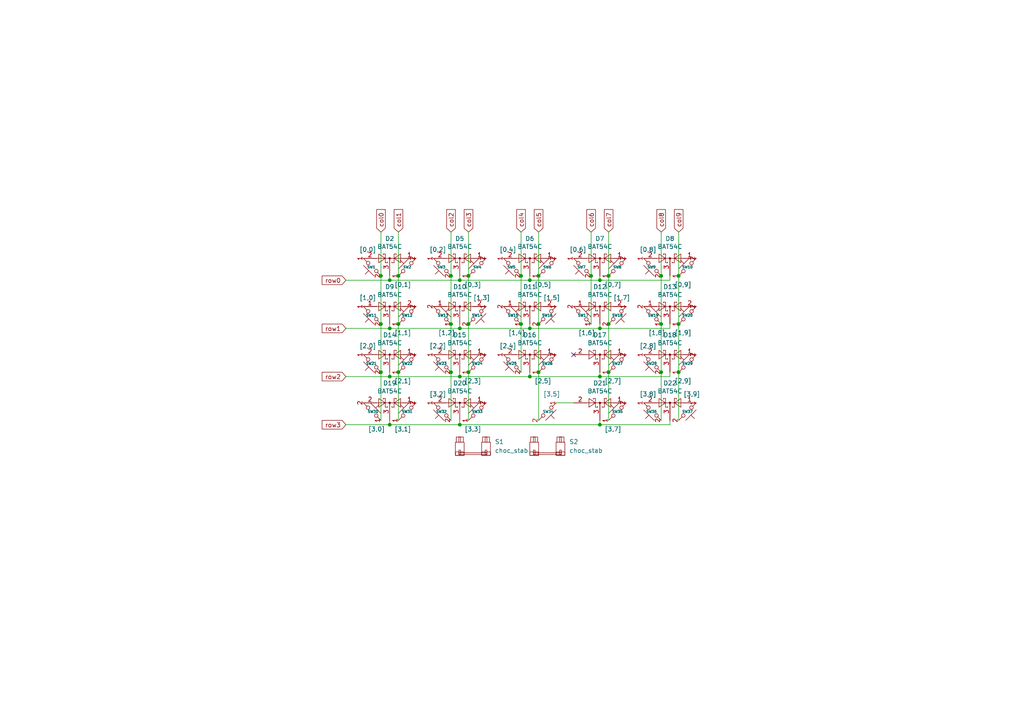
<source format=kicad_sch>
(kicad_sch (version 20250114) (generator "eeschema") (generator_version "9.0")
  (paper "A4")
  (lib_symbols
    (symbol "Diode:BAT54C" (pin_names (offset 1.016))
      (property "Reference" "D" (at 0.635 -3.81 0))
      (property "Value" "BAT54C" (at -6.35 3.175 0))
      (symbol "BAT54C_0_1"
        (polyline (pts (xy -3.175 -1.27) (xy -3.175 1.27) (xy -1.27 0) (xy -3.175 -1.27)))
        (polyline (pts (xy -1.905 1.27) (xy -1.905 1.016)))
        (polyline (pts (xy -1.905 0) (xy 1.905 0)))
        (polyline (pts (xy -1.27 1.27) (xy -1.905 1.27)))
        (polyline (pts (xy -1.27 1.27) (xy -1.27 -1.27)))
        (polyline (pts (xy -1.27 0) (xy -3.81 0)))
        (polyline (pts (xy -1.27 -1.27) (xy -0.635 -1.27)))
        (polyline (pts (xy -0.635 -1.27) (xy -0.635 -1.016)))
        (circle (center 0 0) (radius 0.254) (fill (type outline)))
        (polyline (pts (xy 0.635 -1.27) (xy 0.635 -1.016)))
        (polyline (pts (xy 1.27 1.27) (xy 1.27 -1.27)))
        (polyline (pts (xy 1.27 1.27) (xy 1.905 1.27)))
        (polyline (pts (xy 1.27 -1.27) (xy 0.635 -1.27)))
        (polyline (pts (xy 1.905 1.27) (xy 1.905 1.016)))
        (polyline (pts (xy 3.175 -1.27) (xy 3.175 1.27) (xy 1.27 0) (xy 3.175 -1.27)))
        (polyline (pts (xy 3.81 0) (xy 1.27 0)))
      )
      (symbol "BAT54C_1_1"
        (pin passive line (at -7.62 0 0) (length 3.81) (name "~") (number "1"))
        (pin passive line (at 0 -5.08 90) (length 5.08) (name "~") (number "3"))
        (pin passive line (at 7.62 0 180) (length 3.81) (name "~") (number "2"))
      )
    )
    (symbol "PCM_marbastlib-choc:choc_stab" (pin_names (offset 1.016))
      (property "Reference" "S" (at -5.08 6.35 0))
      (property "Value" "choc_stab" (at -5.08 3.81 0))
      (symbol "choc_stab_0_1"
        (rectangle (start -5.08 1.27) (end -2.54 -2.54))
        (rectangle (start -5.08 -1.524) (end -2.54 -2.54))
        (rectangle (start -4.826 2.794) (end -2.794 1.27))
        (rectangle (start -4.064 1.27) (end -3.556 2.794))
        (rectangle (start -4.064 -1.778) (end 4.064 -2.286))
        (rectangle (start -4.064 -2.286) (end -3.556 -1.016))
        (rectangle (start 2.54 1.27) (end 5.08 -2.54))
        (rectangle (start 2.54 -1.524) (end 5.08 -2.54))
        (rectangle (start 2.794 2.794) (end 4.826 1.27))
        (rectangle (start 3.556 1.27) (end 4.064 2.794))
        (rectangle (start 4.064 -2.286) (end 3.556 -1.016))
      )
    )
    (symbol "SW_Push_45deg_1" (pin_names (offset 1.016) (hide yes))
      (property "Reference" "SW" (at 3.048 1.016 0))
      (property "Value" "SW_Push_45deg" (at 0 -3.81 0))
      (symbol "SW_Push_45deg_1_0_1"
        (polyline (pts (xy -2.54 2.54) (xy -1.524 1.524) (xy -1.524 1.524)))
        (circle (center -1.1684 1.1684) (radius 0.508))
        (polyline (pts (xy -0.508 2.54) (xy 2.54 -0.508)))
        (polyline (pts (xy 1.016 1.016) (xy 2.032 2.032)))
        (circle (center 1.143 -1.1938) (radius 0.508))
        (polyline (pts (xy 1.524 -1.524) (xy 2.54 -2.54) (xy 2.54 -2.54) (xy 2.54 -2.54)))
        (pin passive line (at -2.54 2.54 0) (length 0) (name "1") (number "1"))
        (pin passive line (at 2.54 -2.54 180) (length 0) (name "2") (number "2"))
      )
    )
  )
  (junction (at 153.67 95.25))
  (junction (at 133.35 123.19))
  (junction (at 173.99 109.22))
  (junction (at 133.35 95.25))
  (junction (at 110.49 80.01))
  (junction (at 110.49 107.95))
  (junction (at 115.57 93.98))
  (junction (at 191.77 93.98))
  (junction (at 135.89 80.01))
  (junction (at 135.89 93.98))
  (junction (at 113.03 95.25))
  (junction (at 130.81 107.95))
  (junction (at 115.57 107.95))
  (junction (at 156.21 107.95))
  (junction (at 173.99 81.28))
  (junction (at 191.77 80.01))
  (junction (at 135.89 107.95))
  (junction (at 196.85 107.95))
  (junction (at 151.13 80.01))
  (junction (at 110.49 93.98))
  (junction (at 151.13 93.98))
  (junction (at 171.45 80.01))
  (junction (at 196.85 80.01))
  (junction (at 196.85 93.98))
  (junction (at 176.53 107.95))
  (junction (at 113.03 123.19))
  (junction (at 133.35 81.28))
  (junction (at 173.99 95.25))
  (junction (at 130.81 93.98))
  (junction (at 130.81 80.01))
  (junction (at 156.21 93.98))
  (junction (at 191.77 107.95))
  (junction (at 173.99 123.19))
  (junction (at 153.67 109.22))
  (junction (at 156.21 80.01))
  (junction (at 113.03 81.28))
  (junction (at 153.67 81.28))
  (junction (at 176.53 93.98))
  (junction (at 113.03 109.22))
  (junction (at 133.35 109.22))
  (junction (at 115.57 80.01))
  (junction (at 176.53 80.01))
  (no_connect (at 166.37 102.87))
  (wire (pts (xy 173.99 93.98) (xy 173.99 95.25)))
  (wire (pts (xy 100.33 81.28) (xy 113.03 81.28)))
  (wire (pts (xy 113.03 109.22) (xy 133.35 109.22)))
  (wire (pts (xy 173.99 109.22) (xy 194.31 109.22)))
  (wire (pts (xy 173.99 107.95) (xy 173.99 109.22)))
  (wire (pts (xy 133.35 93.98) (xy 133.35 95.25)))
  (wire (pts (xy 173.99 121.92) (xy 173.99 123.19)))
  (wire (pts (xy 191.77 107.95) (xy 191.77 121.92)))
  (wire (pts (xy 110.49 80.01) (xy 110.49 93.98)))
  (wire (pts (xy 171.45 80.01) (xy 171.45 93.98)))
  (wire (pts (xy 153.67 93.98) (xy 153.67 95.25)))
  (wire (pts (xy 113.03 123.19) (xy 133.35 123.19)))
  (wire (pts (xy 135.89 67.31) (xy 135.89 80.01)))
  (wire (pts (xy 196.85 80.01) (xy 196.85 93.98)))
  (wire (pts (xy 156.21 107.95) (xy 156.21 121.92)))
  (wire (pts (xy 176.53 107.95) (xy 176.53 121.92)))
  (wire (pts (xy 113.03 81.28) (xy 113.03 80.01)))
  (wire (pts (xy 196.85 107.95) (xy 196.85 121.92)))
  (wire (pts (xy 151.13 93.98) (xy 151.13 107.95)))
  (wire (pts (xy 135.89 107.95) (xy 135.89 121.92)))
  (wire (pts (xy 194.31 123.19) (xy 194.31 121.92)))
  (wire (pts (xy 156.21 93.98) (xy 156.21 107.95)))
  (wire (pts (xy 151.13 67.31) (xy 151.13 80.01)))
  (wire (pts (xy 176.53 93.98) (xy 176.53 107.95)))
  (wire (pts (xy 194.31 80.01) (xy 194.31 81.28)))
  (wire (pts (xy 153.67 95.25) (xy 173.99 95.25)))
  (wire (pts (xy 173.99 81.28) (xy 153.67 81.28)))
  (wire (pts (xy 133.35 123.19) (xy 173.99 123.19)))
  (wire (pts (xy 194.31 93.98) (xy 194.31 95.25)))
  (wire (pts (xy 115.57 93.98) (xy 115.57 107.95)))
  (wire (pts (xy 171.45 67.31) (xy 171.45 80.01)))
  (wire (pts (xy 153.67 107.95) (xy 153.67 109.22)))
  (wire (pts (xy 194.31 81.28) (xy 173.99 81.28)))
  (wire (pts (xy 130.81 93.98) (xy 130.81 107.95)))
  (wire (pts (xy 133.35 121.92) (xy 133.35 123.19)))
  (wire (pts (xy 196.85 93.98) (xy 196.85 107.95)))
  (wire (pts (xy 100.33 123.19) (xy 113.03 123.19)))
  (wire (pts (xy 110.49 107.95) (xy 110.49 121.92)))
  (wire (pts (xy 153.67 109.22) (xy 173.99 109.22)))
  (wire (pts (xy 110.49 93.98) (xy 110.49 107.95)))
  (wire (pts (xy 151.13 80.01) (xy 151.13 93.98)))
  (wire (pts (xy 156.21 67.31) (xy 156.21 80.01)))
  (wire (pts (xy 100.33 95.25) (xy 113.03 95.25)))
  (wire (pts (xy 113.03 121.92) (xy 113.03 123.19)))
  (wire (pts (xy 110.49 67.31) (xy 110.49 80.01)))
  (wire (pts (xy 173.99 123.19) (xy 194.31 123.19)))
  (wire (pts (xy 194.31 107.95) (xy 194.31 109.22)))
  (wire (pts (xy 133.35 80.01) (xy 133.35 81.28)))
  (wire (pts (xy 156.21 80.01) (xy 156.21 93.98)))
  (wire (pts (xy 113.03 107.95) (xy 113.03 109.22)))
  (wire (pts (xy 135.89 93.98) (xy 135.89 107.95)))
  (wire (pts (xy 130.81 107.95) (xy 130.81 121.92)))
  (wire (pts (xy 113.03 93.98) (xy 113.03 95.25)))
  (wire (pts (xy 115.57 107.95) (xy 115.57 121.92)))
  (wire (pts (xy 113.03 95.25) (xy 133.35 95.25)))
  (wire (pts (xy 153.67 80.01) (xy 153.67 81.28)))
  (wire (pts (xy 115.57 67.31) (xy 115.57 80.01)))
  (wire (pts (xy 135.89 80.01) (xy 135.89 93.98)))
  (wire (pts (xy 176.53 67.31) (xy 176.53 80.01)))
  (wire (pts (xy 130.81 80.01) (xy 130.81 93.98)))
  (wire (pts (xy 133.35 95.25) (xy 153.67 95.25)))
  (wire (pts (xy 133.35 107.95) (xy 133.35 109.22)))
  (wire (pts (xy 161.29 116.84) (xy 166.37 116.84)))
  (wire (pts (xy 191.77 67.31) (xy 191.77 80.01)))
  (wire (pts (xy 191.77 93.98) (xy 191.77 107.95)))
  (wire (pts (xy 133.35 81.28) (xy 113.03 81.28)))
  (wire (pts (xy 133.35 109.22) (xy 153.67 109.22)))
  (wire (pts (xy 191.77 80.01) (xy 191.77 93.98)))
  (wire (pts (xy 173.99 95.25) (xy 194.31 95.25)))
  (wire (pts (xy 115.57 80.01) (xy 115.57 93.98)))
  (wire (pts (xy 173.99 80.01) (xy 173.99 81.28)))
  (wire (pts (xy 153.67 81.28) (xy 133.35 81.28)))
  (wire (pts (xy 100.33 109.22) (xy 113.03 109.22)))
  (wire (pts (xy 176.53 80.01) (xy 176.53 93.98)))
  (wire (pts (xy 196.85 67.31) (xy 196.85 80.01)))
  (wire (pts (xy 130.81 67.31) (xy 130.81 80.01)))
  (global_label "row3" (shape input) (at 100.33 123.19 180) (property "Intersheetrefs" "${INTERSHEET_REFS}" (effects (hide yes))))
  (global_label "row0" (shape input) (at 100.33 81.28 180) (property "Intersheetrefs" "${INTERSHEET_REFS}" (effects (hide yes))))
  (global_label "col0" (shape input) (at 110.49 67.31 90) (property "Intersheetrefs" "${INTERSHEET_REFS}" (effects (hide yes))))
  (global_label "col7" (shape input) (at 176.53 67.31 90) (property "Intersheetrefs" "${INTERSHEET_REFS}" (effects (hide yes))))
  (global_label "col4" (shape input) (at 151.13 67.31 90) (property "Intersheetrefs" "${INTERSHEET_REFS}" (effects (hide yes))))
  (global_label "col1" (shape input) (at 115.57 67.31 90) (property "Intersheetrefs" "${INTERSHEET_REFS}" (effects (hide yes))))
  (global_label "col9" (shape input) (at 196.85 67.31 90) (property "Intersheetrefs" "${INTERSHEET_REFS}" (effects (hide yes))))
  (global_label "col6" (shape input) (at 171.45 67.31 90) (property "Intersheetrefs" "${INTERSHEET_REFS}" (effects (hide yes))))
  (global_label "row1" (shape input) (at 100.33 95.25 180) (property "Intersheetrefs" "${INTERSHEET_REFS}" (effects (hide yes))))
  (global_label "col8" (shape input) (at 191.77 67.31 90) (property "Intersheetrefs" "${INTERSHEET_REFS}" (effects (hide yes))))
  (global_label "row2" (shape input) (at 100.33 109.22 180) (property "Intersheetrefs" "${INTERSHEET_REFS}" (effects (hide yes))))
  (global_label "col5" (shape input) (at 156.21 67.31 90) (property "Intersheetrefs" "${INTERSHEET_REFS}" (effects (hide yes))))
  (global_label "col2" (shape input) (at 130.81 67.31 90) (property "Intersheetrefs" "${INTERSHEET_REFS}" (effects (hide yes))))
  (global_label "col3" (shape input) (at 135.89 67.31 90) (property "Intersheetrefs" "${INTERSHEET_REFS}" (effects (hide yes))))
  (symbol (lib_name "SW_Push_45deg_1") (lib_id "Switch:SW_Push_45deg") (at 168.91 91.44 270) (mirror x) (unit 1)
    (property "Reference" "SW17" (at 169.164 91.44 90) (effects (font (size 0.75 0.75))))
    (property "Value" "[1,6]" (at 170.18 96.52 90))
    (property "Footprint" "chaz:choc-1u-millmax" (effects (hide yes)))
    (property "ROW" "0" (effects (hide yes)))
    (property "COL" "0" (effects (hide yes)))
  )
  (symbol (lib_name "SW_Push_45deg_1") (lib_id "Switch:SW_Push_45deg") (at 199.39 91.44 90) (unit 1)
    (property "Reference" "SW20" (at 199.39 91.44 90) (effects (font (size 0.75 0.75))))
    (property "Value" "[1,9]" (at 198.12 96.52 90))
    (property "Footprint" "chaz:choc-1u-millmax" (effects (hide yes)))
  )
  (symbol (lib_name "SW_Push_45deg_1") (lib_id "Switch:SW_Push_45deg") (at 179.07 105.41 90) (unit 1)
    (property "Reference" "SW27" (at 179.07 105.41 90) (effects (font (size 0.75 0.75))))
    (property "Value" "[2,7]" (at 177.8 110.49 90))
    (property "Footprint" "chaz:choc-1u-millmax" (effects (hide yes)))
  )
  (symbol (lib_name "SW_Push_45deg_1") (lib_id "Switch:SW_Push_45deg") (at 148.59 105.41 90) (mirror x) (unit 1)
    (property "Reference" "SW25" (at 148.336 105.41 90) (effects (font (size 0.75 0.75))))
    (property "Value" "[2,4]" (at 147.32 100.33 90))
    (property "Footprint" "chaz:choc-1u-millmax" (effects (hide yes)))
    (property "ROW" "0" (effects (hide yes)))
    (property "COL" "0" (effects (hide yes)))
  )
  (symbol (lib_id "Diode:BAT54C") (at 133.35 88.9 0) (unit 1)
    (property "Reference" "D10" (at 133.35 83.185 0))
    (property "Value" "BAT54C" (at 133.35 85.4964 0))
    (property "Footprint" "Package_TO_SOT_SMD:SOT-23" (effects (hide yes)))
    (property "Datasheet" "http://www.diodes.com/_files/datasheets/ds11005.pdf" (effects (hide yes)))
  )
  (symbol (lib_name "SW_Push_45deg_1") (lib_id "Switch:SW_Push_45deg") (at 148.59 77.47 90) (mirror x) (unit 1)
    (property "Reference" "SW5" (at 148.336 77.47 90) (effects (font (size 0.75 0.75))))
    (property "Value" "[0,4]" (at 147.32 72.39 90))
    (property "Footprint" "chaz:choc-1u-millmax" (effects (hide yes)))
    (property "ROW" "0" (effects (hide yes)))
    (property "COL" "0" (effects (hide yes)))
  )
  (symbol (lib_id "Diode:BAT54C") (at 153.67 74.93 0) (mirror y) (unit 1)
    (property "Reference" "D6" (at 153.67 69.215 0))
    (property "Value" "BAT54C" (at 153.67 71.5264 0))
    (property "Footprint" "Package_TO_SOT_SMD:SOT-23" (effects (hide yes)))
    (property "Datasheet" "http://www.diodes.com/_files/datasheets/ds11005.pdf" (effects (hide yes)))
  )
  (symbol (lib_id "Diode:BAT54C") (at 113.03 88.9 0) (unit 1)
    (property "Reference" "D9" (at 113.03 83.185 0))
    (property "Value" "BAT54C" (at 113.03 85.4964 0))
    (property "Footprint" "Package_TO_SOT_SMD:SOT-23" (effects (hide yes)))
    (property "Datasheet" "http://www.diodes.com/_files/datasheets/ds11005.pdf" (effects (hide yes)))
  )
  (symbol (lib_name "SW_Push_45deg_1") (lib_id "Switch:SW_Push_45deg") (at 158.75 77.47 90) (unit 1)
    (property "Reference" "SW6" (at 158.75 77.47 90) (effects (font (size 0.75 0.75))))
    (property "Value" "[0,5]" (at 157.48 82.55 90))
    (property "Footprint" "chaz:choc-1u-millmax" (effects (hide yes)))
  )
  (symbol (lib_id "Diode:BAT54C") (at 173.99 74.93 0) (mirror y) (unit 1)
    (property "Reference" "D7" (at 173.99 69.215 0))
    (property "Value" "BAT54C" (at 173.99 71.5264 0))
    (property "Footprint" "Package_TO_SOT_SMD:SOT-23" (effects (hide yes)))
    (property "Datasheet" "http://www.diodes.com/_files/datasheets/ds11005.pdf" (effects (hide yes)))
  )
  (symbol (lib_id "Diode:BAT54C") (at 113.03 116.84 0) (mirror y) (unit 1)
    (property "Reference" "D19" (at 113.03 111.125 0))
    (property "Value" "BAT54C" (at 113.03 113.4364 0))
    (property "Footprint" "Package_TO_SOT_SMD:SOT-23" (effects (hide yes)))
    (property "Datasheet" "http://www.diodes.com/_files/datasheets/ds11005.pdf" (effects (hide yes)))
  )
  (symbol (lib_name "SW_Push_45deg_1") (lib_id "Switch:SW_Push_45deg") (at 118.11 91.44 90) (unit 1)
    (property "Reference" "SW12" (at 118.11 91.44 90) (effects (font (size 0.75 0.75))))
    (property "Value" "[1,1]" (at 116.84 96.52 90))
    (property "Footprint" "chaz:choc-1u-millmax" (effects (hide yes)))
  )
  (symbol (lib_name "SW_Push_45deg_1") (lib_id "Switch:SW_Push_45deg") (at 118.11 105.41 90) (unit 1)
    (property "Reference" "SW22" (at 118.11 105.41 90) (effects (font (size 0.75 0.75))))
    (property "Value" "[2,1]" (at 116.84 110.49 90))
    (property "Footprint" "chaz:choc-1u-millmax" (effects (hide yes)))
  )
  (symbol (lib_name "SW_Push_45deg_1") (lib_id "Switch:SW_Push_45deg") (at 189.23 91.44 270) (mirror x) (unit 1)
    (property "Reference" "SW19" (at 189.484 91.44 90) (effects (font (size 0.75 0.75))))
    (property "Value" "[1,8]" (at 190.5 96.52 90))
    (property "Footprint" "chaz:choc-1u-millmax" (effects (hide yes)))
    (property "ROW" "0" (effects (hide yes)))
    (property "COL" "0" (effects (hide yes)))
  )
  (symbol (lib_id "Diode:BAT54C") (at 133.35 74.93 0) (mirror y) (unit 1)
    (property "Reference" "D5" (at 133.35 69.215 0))
    (property "Value" "BAT54C" (at 133.35 71.5264 0))
    (property "Footprint" "Package_TO_SOT_SMD:SOT-23" (effects (hide yes)))
    (property "Datasheet" "http://www.diodes.com/_files/datasheets/ds11005.pdf" (effects (hide yes)))
  )
  (symbol (lib_id "Diode:BAT54C") (at 153.67 102.87 0) (mirror y) (unit 1)
    (property "Reference" "D16" (at 153.67 97.155 0))
    (property "Value" "BAT54C" (at 153.67 99.4664 0))
    (property "Footprint" "Package_TO_SOT_SMD:SOT-23" (effects (hide yes)))
    (property "Datasheet" "http://www.diodes.com/_files/datasheets/ds11005.pdf" (effects (hide yes)))
  )
  (symbol (lib_name "SW_Push_45deg_1") (lib_id "Switch:SW_Push_45deg") (at 128.27 77.47 90) (mirror x) (unit 1)
    (property "Reference" "SW3" (at 128.016 77.47 90) (effects (font (size 0.75 0.75))))
    (property "Value" "[0,2]" (at 127 72.39 90))
    (property "Footprint" "chaz:choc-1u-millmax" (effects (hide yes)))
    (property "ROW" "0" (effects (hide yes)))
    (property "COL" "0" (effects (hide yes)))
  )
  (symbol (lib_name "SW_Push_45deg_1") (lib_id "Switch:SW_Push_45deg") (at 179.07 91.44 270) (unit 1)
    (property "Reference" "SW18" (at 179.07 91.44 90) (effects (font (size 0.75 0.75))))
    (property "Value" "[1,7]" (at 180.34 86.36 90))
    (property "Footprint" "chaz:choc-1u-millmax" (effects (hide yes)))
  )
  (symbol (lib_name "SW_Push_45deg_1") (lib_id "Switch:SW_Push_45deg") (at 107.95 77.47 90) (mirror x) (unit 1)
    (property "Reference" "SW1" (at 107.696 77.47 90) (effects (font (size 0.75 0.75))))
    (property "Value" "[0,0]" (at 106.68 72.39 90))
    (property "Footprint" "chaz:choc-1u-millmax" (effects (hide yes)))
    (property "ROW" "0" (effects (hide yes)))
    (property "COL" "0" (effects (hide yes)))
  )
  (symbol (lib_name "SW_Push_45deg_1") (lib_id "Switch:SW_Push_45deg") (at 199.39 105.41 90) (unit 1)
    (property "Reference" "SW29" (at 199.39 105.41 90) (effects (font (size 0.75 0.75))))
    (property "Value" "[2,9]" (at 198.12 110.49 90))
    (property "Footprint" "chaz:choc-1u-millmax" (effects (hide yes)))
  )
  (symbol (lib_name "SW_Push_45deg_1") (lib_id "Switch:SW_Push_45deg") (at 189.23 77.47 90) (mirror x) (unit 1)
    (property "Reference" "SW9" (at 188.976 77.47 90) (effects (font (size 0.75 0.75))))
    (property "Value" "[0,8]" (at 187.96 72.39 90))
    (property "Footprint" "chaz:choc-1u-millmax" (effects (hide yes)))
    (property "ROW" "0" (effects (hide yes)))
    (property "COL" "0" (effects (hide yes)))
  )
  (symbol (lib_name "SW_Push_45deg_1") (lib_id "Switch:SW_Push_45deg") (at 128.27 105.41 90) (mirror x) (unit 1)
    (property "Reference" "SW23" (at 128.016 105.41 90) (effects (font (size 0.75 0.75))))
    (property "Value" "[2,2]" (at 127 100.33 90))
    (property "Footprint" "chaz:choc-1u-millmax" (effects (hide yes)))
    (property "ROW" "0" (effects (hide yes)))
    (property "COL" "0" (effects (hide yes)))
  )
  (symbol (lib_id "Diode:BAT54C") (at 194.31 116.84 0) (mirror y) (unit 1)
    (property "Reference" "D22" (at 194.31 111.125 0))
    (property "Value" "BAT54C" (at 194.31 113.4364 0))
    (property "Footprint" "Package_TO_SOT_SMD:SOT-23" (effects (hide yes)))
    (property "Datasheet" "http://www.diodes.com/_files/datasheets/ds11005.pdf" (effects (hide yes)))
  )
  (symbol (lib_id "Diode:BAT54C") (at 173.99 102.87 0) (mirror y) (unit 1)
    (property "Reference" "D17" (at 173.99 97.155 0))
    (property "Value" "BAT54C" (at 173.99 99.4664 0))
    (property "Footprint" "Package_TO_SOT_SMD:SOT-23" (effects (hide yes)))
    (property "Datasheet" "http://www.diodes.com/_files/datasheets/ds11005.pdf" (effects (hide yes)))
  )
  (symbol (lib_id "Diode:BAT54C") (at 113.03 102.87 0) (mirror y) (unit 1)
    (property "Reference" "D14" (at 113.03 97.155 0))
    (property "Value" "BAT54C" (at 113.03 99.4664 0))
    (property "Footprint" "Package_TO_SOT_SMD:SOT-23" (effects (hide yes)))
    (property "Datasheet" "http://www.diodes.com/_files/datasheets/ds11005.pdf" (effects (hide yes)))
  )
  (symbol (lib_name "SW_Push_45deg_1") (lib_id "Switch:SW_Push_45deg") (at 189.23 105.41 90) (mirror x) (unit 1)
    (property "Reference" "SW28" (at 188.976 105.41 90) (effects (font (size 0.75 0.75))))
    (property "Value" "[2,8]" (at 187.96 100.33 90))
    (property "Footprint" "chaz:choc-1u-millmax" (effects (hide yes)))
    (property "ROW" "0" (effects (hide yes)))
    (property "COL" "0" (effects (hide yes)))
  )
  (symbol (lib_name "SW_Push_45deg_1") (lib_id "Switch:SW_Push_45deg") (at 128.27 91.44 270) (mirror x) (unit 1)
    (property "Reference" "SW13" (at 128.524 91.44 90) (effects (font (size 0.75 0.75))))
    (property "Value" "[1,2]" (at 129.54 96.52 90))
    (property "Footprint" "chaz:choc-1u-millmax" (effects (hide yes)))
    (property "ROW" "0" (effects (hide yes)))
    (property "COL" "0" (effects (hide yes)))
  )
  (symbol (lib_name "SW_Push_45deg_1") (lib_id "Switch:SW_Push_45deg") (at 128.27 119.38 90) (mirror x) (unit 1)
    (property "Reference" "SW32" (at 128.016 119.38 90) (effects (font (size 0.75 0.75))))
    (property "Value" "[3,2]" (at 127 114.3 90))
    (property "Footprint" "chaz:choc-1u-millmax" (effects (hide yes)))
    (property "ROW" "0" (effects (hide yes)))
    (property "COL" "0" (effects (hide yes)))
  )
  (symbol (lib_name "SW_Push_45deg_1") (lib_id "Switch:SW_Push_45deg") (at 148.59 91.44 270) (mirror x) (unit 1)
    (property "Reference" "SW15" (at 148.844 91.44 90) (effects (font (size 0.75 0.75))))
    (property "Value" "[1,4]" (at 149.86 96.52 90))
    (property "Footprint" "chaz:choc-1u-millmax" (effects (hide yes)))
    (property "ROW" "0" (effects (hide yes)))
    (property "COL" "0" (effects (hide yes)))
  )
  (symbol (lib_id "Diode:BAT54C") (at 194.31 74.93 0) (mirror y) (unit 1)
    (property "Reference" "D8" (at 194.31 69.215 0))
    (property "Value" "BAT54C" (at 194.31 71.5264 0))
    (property "Footprint" "Package_TO_SOT_SMD:SOT-23" (effects (hide yes)))
    (property "Datasheet" "http://www.diodes.com/_files/datasheets/ds11005.pdf" (effects (hide yes)))
  )
  (symbol (lib_id "Diode:BAT54C") (at 113.03 74.93 0) (mirror y) (unit 1)
    (property "Reference" "D2" (at 113.03 69.215 0))
    (property "Value" "BAT54C" (at 113.03 71.5264 0))
    (property "Footprint" "Package_TO_SOT_SMD:SOT-23" (effects (hide yes)))
    (property "Datasheet" "http://www.diodes.com/_files/datasheets/ds11005.pdf" (effects (hide yes)))
  )
  (symbol (lib_id "Diode:BAT54C") (at 133.35 102.87 0) (mirror y) (unit 1)
    (property "Reference" "D15" (at 133.35 97.155 0))
    (property "Value" "BAT54C" (at 133.35 99.4664 0))
    (property "Footprint" "Package_TO_SOT_SMD:SOT-23" (effects (hide yes)))
    (property "Datasheet" "http://www.diodes.com/_files/datasheets/ds11005.pdf" (effects (hide yes)))
  )
  (symbol (lib_name "SW_Push_45deg_1") (lib_id "Switch:SW_Push_45deg") (at 107.95 105.41 90) (mirror x) (unit 1)
    (property "Reference" "SW21" (at 107.696 105.41 90) (effects (font (size 0.75 0.75))))
    (property "Value" "[2,0]" (at 106.68 100.33 90))
    (property "Footprint" "chaz:choc-1u-millmax" (effects (hide yes)))
    (property "ROW" "0" (effects (hide yes)))
    (property "COL" "0" (effects (hide yes)))
  )
  (symbol (lib_name "SW_Push_45deg_1") (lib_id "Switch:SW_Push_45deg") (at 138.43 119.38 90) (unit 1)
    (property "Reference" "SW33" (at 138.43 119.38 90) (effects (font (size 0.75 0.75))))
    (property "Value" "[3,3]" (at 137.16 124.46 90))
    (property "Footprint" "chaz:choc-1u-millmax" (effects (hide yes)))
  )
  (symbol (lib_name "SW_Push_45deg_1") (lib_id "Switch:SW_Push_45deg") (at 189.23 119.38 90) (mirror x) (unit 1)
    (property "Reference" "SW36" (at 188.976 119.38 90) (effects (font (size 0.75 0.75))))
    (property "Value" "[3,8]" (at 187.96 114.3 90))
    (property "Footprint" "chaz:choc-1u-millmax" (effects (hide yes)))
    (property "ROW" "0" (effects (hide yes)))
    (property "COL" "0" (effects (hide yes)))
  )
  (symbol (lib_name "SW_Push_45deg_1") (lib_id "Switch:SW_Push_45deg") (at 199.39 77.47 90) (unit 1)
    (property "Reference" "SW10" (at 199.39 77.47 90) (effects (font (size 0.75 0.75))))
    (property "Value" "[0,9]" (at 198.12 82.55 90))
    (property "Footprint" "chaz:choc-1u-millmax" (effects (hide yes)))
  )
  (symbol (lib_name "SW_Push_45deg_1") (lib_id "Switch:SW_Push_45deg") (at 138.43 105.41 90) (unit 1)
    (property "Reference" "SW24" (at 138.43 105.41 90) (effects (font (size 0.75 0.75))))
    (property "Value" "[2,3]" (at 137.16 110.49 90))
    (property "Footprint" "chaz:choc-1u-millmax" (effects (hide yes)))
  )
  (symbol (lib_id "PCM_marbastlib-choc:choc_stab") (at 137.16 129.54 0) (unit 1)
    (property "Reference" "S1" (at 143.51 128.1429 0) (effects (justify left)))
    (property "Value" "choc_stab" (at 143.51 130.6829 0) (effects (justify left)))
    (property "Footprint" "PCM_marbastlib-xp-choc:STAB_choc_2u" (effects (hide yes)))
    (property "Description" "Kailh Choc-style stabilizer" (effects (hide yes)))
  )
  (symbol (lib_name "SW_Push_45deg_1") (lib_id "Switch:SW_Push_45deg") (at 179.07 119.38 90) (unit 1)
    (property "Reference" "SW35" (at 179.07 119.38 90) (effects (font (size 0.75 0.75))))
    (property "Value" "[3,7]" (at 177.8 124.46 90))
    (property "Footprint" "chaz:choc-1u-millmax" (effects (hide yes)))
  )
  (symbol (lib_name "SW_Push_45deg_1") (lib_id "Switch:SW_Push_45deg") (at 158.75 119.38 270) (unit 1)
    (property "Reference" "SW34" (at 159.004 119.38 90) (effects (font (size 0.75 0.75))))
    (property "Value" "[3,5]" (at 160.02 114.3 90))
    (property "Footprint" "chaz:choc-1u-millmax" (effects (hide yes)))
    (property "ROW" "0" (effects (hide yes)))
    (property "COL" "0" (effects (hide yes)))
  )
  (symbol (lib_name "SW_Push_45deg_1") (lib_id "Switch:SW_Push_45deg") (at 118.11 77.47 90) (unit 1)
    (property "Reference" "SW2" (at 118.11 77.47 90) (effects (font (size 0.75 0.75))))
    (property "Value" "[0,1]" (at 116.84 82.55 90))
    (property "Footprint" "chaz:choc-1u-millmax" (effects (hide yes)))
  )
  (symbol (lib_id "Diode:BAT54C") (at 194.31 102.87 0) (mirror y) (unit 1)
    (property "Reference" "D18" (at 194.31 97.155 0))
    (property "Value" "BAT54C" (at 194.31 99.4664 0))
    (property "Footprint" "Package_TO_SOT_SMD:SOT-23" (effects (hide yes)))
    (property "Datasheet" "http://www.diodes.com/_files/datasheets/ds11005.pdf" (effects (hide yes)))
  )
  (symbol (lib_name "SW_Push_45deg_1") (lib_id "Switch:SW_Push_45deg") (at 168.91 77.47 90) (mirror x) (unit 1)
    (property "Reference" "SW7" (at 168.656 77.47 90) (effects (font (size 0.75 0.75))))
    (property "Value" "[0,6]" (at 167.64 72.39 90))
    (property "Footprint" "chaz:choc-1u-millmax" (effects (hide yes)))
    (property "ROW" "0" (effects (hide yes)))
    (property "COL" "0" (effects (hide yes)))
  )
  (symbol (lib_name "SW_Push_45deg_1") (lib_id "Switch:SW_Push_45deg") (at 158.75 91.44 270) (unit 1)
    (property "Reference" "SW16" (at 158.75 91.44 90) (effects (font (size 0.75 0.75))))
    (property "Value" "[1,5]" (at 160.02 86.36 90))
    (property "Footprint" "chaz:choc-1u-millmax" (effects (hide yes)))
  )
  (symbol (lib_name "SW_Push_45deg_1") (lib_id "Switch:SW_Push_45deg") (at 138.43 91.44 270) (unit 1)
    (property "Reference" "SW14" (at 138.43 91.44 90) (effects (font (size 0.75 0.75))))
    (property "Value" "[1,3]" (at 139.7 86.36 90))
    (property "Footprint" "chaz:choc-1u-millmax" (effects (hide yes)))
  )
  (symbol (lib_id "Diode:BAT54C") (at 133.35 116.84 0) (mirror y) (unit 1)
    (property "Reference" "D20" (at 133.35 111.125 0))
    (property "Value" "BAT54C" (at 133.35 113.4364 0))
    (property "Footprint" "Package_TO_SOT_SMD:SOT-23" (effects (hide yes)))
    (property "Datasheet" "http://www.diodes.com/_files/datasheets/ds11005.pdf" (effects (hide yes)))
  )
  (symbol (lib_name "SW_Push_45deg_1") (lib_id "Switch:SW_Push_45deg") (at 138.43 77.47 90) (unit 1)
    (property "Reference" "SW4" (at 138.43 77.47 90) (effects (font (size 0.75 0.75))))
    (property "Value" "[0,3]" (at 137.16 82.55 90))
    (property "Footprint" "chaz:choc-1u-millmax" (effects (hide yes)))
  )
  (symbol (lib_id "PCM_marbastlib-choc:choc_stab") (at 158.75 129.54 0) (unit 1)
    (property "Reference" "S2" (at 165.1 128.1429 0) (effects (justify left)))
    (property "Value" "choc_stab" (at 165.1 130.6829 0) (effects (justify left)))
    (property "Footprint" "PCM_marbastlib-xp-choc:STAB_choc_2u" (effects (hide yes)))
    (property "Description" "Kailh Choc-style stabilizer" (effects (hide yes)))
  )
  (symbol (lib_name "SW_Push_45deg_1") (lib_id "Switch:SW_Push_45deg") (at 179.07 77.47 90) (unit 1)
    (property "Reference" "SW8" (at 179.07 77.47 90) (effects (font (size 0.75 0.75))))
    (property "Value" "[0,7]" (at 177.8 82.55 90))
    (property "Footprint" "chaz:choc-1u-millmax" (effects (hide yes)))
  )
  (symbol (lib_id "Diode:BAT54C") (at 153.67 88.9 0) (unit 1)
    (property "Reference" "D11" (at 153.67 83.185 0))
    (property "Value" "BAT54C" (at 153.67 85.4964 0))
    (property "Footprint" "Package_TO_SOT_SMD:SOT-23" (effects (hide yes)))
    (property "Datasheet" "http://www.diodes.com/_files/datasheets/ds11005.pdf" (effects (hide yes)))
  )
  (symbol (lib_id "Diode:BAT54C") (at 173.99 88.9 0) (unit 1)
    (property "Reference" "D12" (at 173.99 83.185 0))
    (property "Value" "BAT54C" (at 173.99 85.4964 0))
    (property "Footprint" "Package_TO_SOT_SMD:SOT-23" (effects (hide yes)))
    (property "Datasheet" "http://www.diodes.com/_files/datasheets/ds11005.pdf" (effects (hide yes)))
  )
  (symbol (lib_name "SW_Push_45deg_1") (lib_id "Switch:SW_Push_45deg") (at 158.75 105.41 90) (unit 1)
    (property "Reference" "SW26" (at 158.75 105.41 90) (effects (font (size 0.75 0.75))))
    (property "Value" "[2,5]" (at 157.48 110.49 90))
    (property "Footprint" "chaz:choc-1u-millmax" (effects (hide yes)))
  )
  (symbol (lib_name "SW_Push_45deg_1") (lib_id "Switch:SW_Push_45deg") (at 199.39 119.38 270) (unit 1)
    (property "Reference" "SW37" (at 199.39 119.38 90) (effects (font (size 0.75 0.75))))
    (property "Value" "[3,9]" (at 200.66 114.3 90))
    (property "Footprint" "chaz:choc-1u-millmax" (effects (hide yes)))
  )
  (symbol (lib_id "Diode:BAT54C") (at 194.31 88.9 0) (unit 1)
    (property "Reference" "D13" (at 194.31 83.185 0))
    (property "Value" "BAT54C" (at 194.31 85.4964 0))
    (property "Footprint" "Package_TO_SOT_SMD:SOT-23" (effects (hide yes)))
    (property "Datasheet" "http://www.diodes.com/_files/datasheets/ds11005.pdf" (effects (hide yes)))
  )
  (symbol (lib_id "Diode:BAT54C") (at 173.99 116.84 0) (mirror y) (unit 1)
    (property "Reference" "D21" (at 173.99 111.125 0))
    (property "Value" "BAT54C" (at 173.99 113.4364 0))
    (property "Footprint" "Package_TO_SOT_SMD:SOT-23" (effects (hide yes)))
    (property "Datasheet" "http://www.diodes.com/_files/datasheets/ds11005.pdf" (effects (hide yes)))
  )
  (symbol (lib_name "SW_Push_45deg_1") (lib_id "Switch:SW_Push_45deg") (at 118.11 119.38 90) (unit 1)
    (property "Reference" "SW31" (at 118.11 119.38 90) (effects (font (size 0.75 0.75))))
    (property "Value" "[3,1]" (at 116.84 124.46 90))
    (property "Footprint" "chaz:choc-1u-millmax" (effects (hide yes)))
  )
  (symbol (lib_name "SW_Push_45deg_1") (lib_id "Switch:SW_Push_45deg") (at 107.95 91.44 90) (mirror x) (unit 1)
    (property "Reference" "SW11" (at 107.696 91.44 90) (effects (font (size 0.75 0.75))))
    (property "Value" "[1,0]" (at 106.68 86.36 90))
    (property "Footprint" "chaz:choc-1u-millmax" (effects (hide yes)))
    (property "ROW" "0" (effects (hide yes)))
    (property "COL" "0" (effects (hide yes)))
  )
  (symbol (lib_name "SW_Push_45deg_1") (lib_id "Switch:SW_Push_45deg") (at 107.95 119.38 270) (mirror x) (unit 1)
    (property "Reference" "SW30" (at 108.204 119.38 90) (effects (font (size 0.75 0.75))))
    (property "Value" "[3,0]" (at 109.22 124.46 90))
    (property "Footprint" "chaz:choc-1u-millmax" (effects (hide yes)))
    (property "ROW" "0" (effects (hide yes)))
    (property "COL" "0" (effects (hide yes)))
  )
)
</source>
